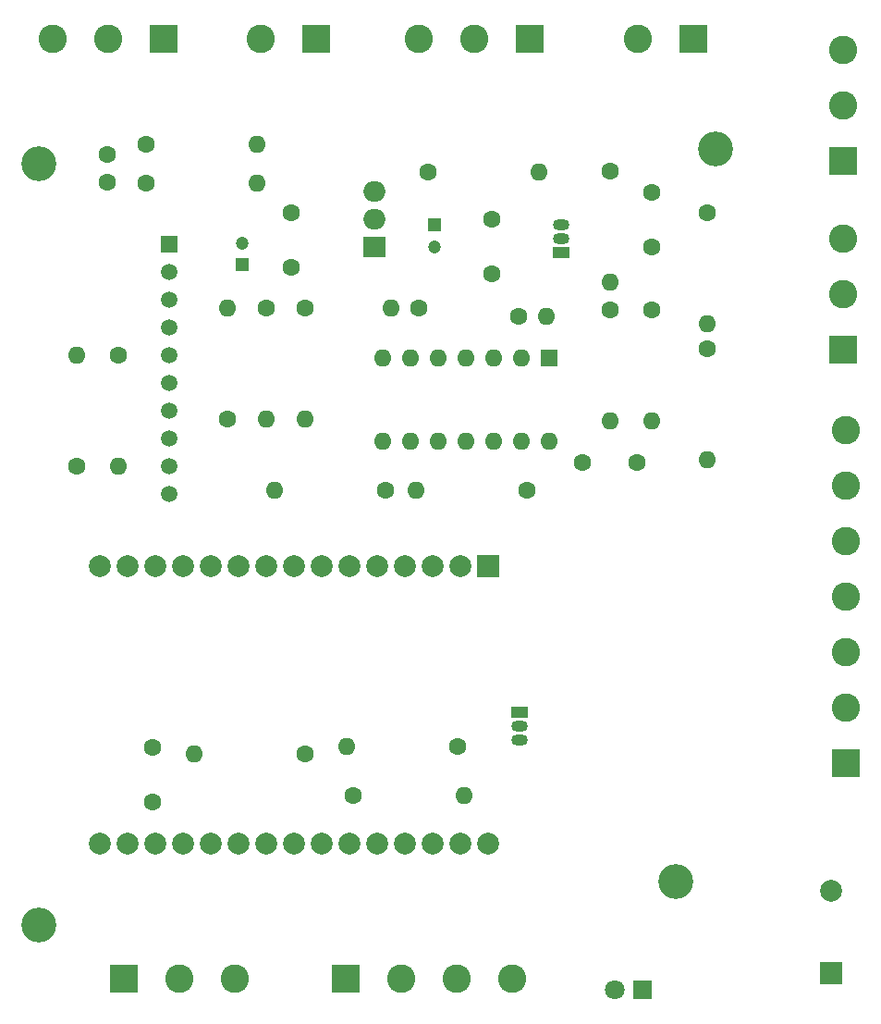
<source format=gbs>
G04 #@! TF.GenerationSoftware,KiCad,Pcbnew,(7.0.0)*
G04 #@! TF.CreationDate,2023-03-16T01:16:54+05:30*
G04 #@! TF.ProjectId,final_year v1.0,66696e61-6c5f-4796-9561-722076312e30,rev?*
G04 #@! TF.SameCoordinates,Original*
G04 #@! TF.FileFunction,Soldermask,Bot*
G04 #@! TF.FilePolarity,Negative*
%FSLAX46Y46*%
G04 Gerber Fmt 4.6, Leading zero omitted, Abs format (unit mm)*
G04 Created by KiCad (PCBNEW (7.0.0)) date 2023-03-16 01:16:54*
%MOMM*%
%LPD*%
G01*
G04 APERTURE LIST*
%ADD10C,1.600000*%
%ADD11O,1.600000X1.600000*%
%ADD12R,2.600000X2.600000*%
%ADD13C,2.600000*%
%ADD14R,2.000000X1.905000*%
%ADD15O,2.000000X1.905000*%
%ADD16R,1.200000X1.200000*%
%ADD17C,1.200000*%
%ADD18C,3.200000*%
%ADD19R,1.800000X1.800000*%
%ADD20C,1.800000*%
%ADD21R,1.500000X1.050000*%
%ADD22O,1.500000X1.050000*%
%ADD23R,1.508000X1.508000*%
%ADD24C,1.508000*%
%ADD25R,2.000000X2.000000*%
%ADD26C,2.000000*%
%ADD27R,1.600000X1.600000*%
G04 APERTURE END LIST*
D10*
X28585000Y-28665000D03*
D11*
X38744999Y-28664999D03*
D12*
X92455999Y-47497999D03*
D13*
X92456000Y-42418000D03*
X92456000Y-37338000D03*
D14*
X49550999Y-38069999D03*
D15*
X49550999Y-35529999D03*
X49550999Y-32989999D03*
D10*
X80010000Y-47371000D03*
D11*
X80009999Y-57530999D03*
D16*
X37464999Y-39707599D03*
D17*
X37465000Y-37707600D03*
D10*
X39624000Y-43688000D03*
D11*
X39623999Y-53847999D03*
D10*
X47625000Y-88265000D03*
D11*
X57784999Y-88264999D03*
D12*
X46904999Y-105064999D03*
D13*
X51985000Y-105065000D03*
X57065000Y-105065000D03*
X62145000Y-105065000D03*
D12*
X63753999Y-18998999D03*
D13*
X58674000Y-18999000D03*
X53594000Y-18999000D03*
D10*
X50546000Y-60325000D03*
D11*
X40385999Y-60324999D03*
D10*
X63500000Y-60325000D03*
D11*
X53339999Y-60324999D03*
D10*
X43180000Y-84455000D03*
D11*
X33019999Y-84454999D03*
D10*
X62738000Y-44450000D03*
D11*
X65277999Y-44449999D03*
D10*
X22255000Y-58145000D03*
D11*
X22254999Y-47984999D03*
D10*
X43180000Y-43688000D03*
D11*
X43179999Y-53847999D03*
D10*
X71120000Y-31115000D03*
D11*
X71119999Y-41274999D03*
D10*
X26065000Y-47985000D03*
D11*
X26064999Y-58144999D03*
D12*
X26579999Y-105064999D03*
D13*
X31660000Y-105065000D03*
X36740000Y-105065000D03*
D18*
X80765000Y-29065000D03*
D19*
X74064999Y-106064999D03*
D20*
X71525000Y-106065000D03*
D16*
X55064999Y-36064999D03*
D17*
X55065000Y-38065000D03*
D10*
X60325000Y-35560000D03*
X60325000Y-40560000D03*
D21*
X66674999Y-38567999D03*
D22*
X66674999Y-37297999D03*
X66674999Y-36027999D03*
D12*
X30225999Y-19049999D03*
D13*
X25146000Y-19050000D03*
X20066000Y-19050000D03*
D23*
X30733999Y-37845999D03*
D24*
X30734000Y-40386000D03*
X30734000Y-42926000D03*
X30734000Y-45466000D03*
X30734000Y-48006000D03*
X30734000Y-50546000D03*
X30734000Y-53086000D03*
X30734000Y-55626000D03*
X30734000Y-58166000D03*
X30734000Y-60706000D03*
D10*
X25065000Y-32115000D03*
X25065000Y-29615000D03*
D18*
X18765000Y-100165000D03*
D12*
X92709999Y-85343999D03*
D13*
X92710000Y-80264000D03*
X92710000Y-75184000D03*
X92710000Y-70104000D03*
X92710000Y-65024000D03*
X92710000Y-59944000D03*
X92710000Y-54864000D03*
D21*
X62864999Y-80644999D03*
D22*
X62864999Y-81914999D03*
X62864999Y-83184999D03*
D10*
X29210000Y-88860000D03*
X29210000Y-83860000D03*
X28585000Y-32221000D03*
D11*
X38744999Y-32220999D03*
D12*
X44195999Y-19049999D03*
D13*
X39116000Y-19050000D03*
D10*
X74930000Y-43815000D03*
D11*
X74929999Y-53974999D03*
D18*
X77165000Y-96165000D03*
D12*
X92455999Y-30225999D03*
D13*
X92456000Y-25146000D03*
X92456000Y-20066000D03*
D10*
X74930000Y-33060000D03*
X74930000Y-38060000D03*
D12*
X78739999Y-19049999D03*
D13*
X73660000Y-19050000D03*
D10*
X53623000Y-43688000D03*
D11*
X51082999Y-43687999D03*
D10*
X36068000Y-53848000D03*
D11*
X36067999Y-43687999D03*
D25*
X59964999Y-67309999D03*
D26*
X57425000Y-67310000D03*
X54885000Y-67310000D03*
X52345000Y-67310000D03*
X49805000Y-67310000D03*
X47265000Y-67310000D03*
X44725000Y-67310000D03*
X42185000Y-67310000D03*
X39645000Y-67310000D03*
X37105000Y-67310000D03*
X34565000Y-67310000D03*
X32025000Y-67310000D03*
X29485000Y-67310000D03*
X26945000Y-67310000D03*
X24405000Y-67310000D03*
X24405000Y-92710000D03*
X26945000Y-92710000D03*
X29485000Y-92710000D03*
X32025000Y-92710000D03*
X34565000Y-92710000D03*
X37105000Y-92710000D03*
X39645000Y-92710000D03*
X42185000Y-92710000D03*
X44725000Y-92710000D03*
X47265000Y-92710000D03*
X49805000Y-92710000D03*
X52345000Y-92710000D03*
X54885000Y-92710000D03*
X57425000Y-92710000D03*
X59965000Y-92710000D03*
D10*
X71120000Y-43815000D03*
D11*
X71119999Y-53974999D03*
D10*
X54448000Y-31202000D03*
D11*
X64607999Y-31201999D03*
D10*
X57150000Y-83820000D03*
D11*
X46989999Y-83819999D03*
D10*
X41910000Y-39925000D03*
X41910000Y-34925000D03*
D27*
X65531999Y-48259999D03*
D11*
X62991999Y-48259999D03*
X60451999Y-48259999D03*
X57911999Y-48259999D03*
X55371999Y-48259999D03*
X52831999Y-48259999D03*
X50291999Y-48259999D03*
X50291999Y-55879999D03*
X52831999Y-55879999D03*
X55371999Y-55879999D03*
X57911999Y-55879999D03*
X60451999Y-55879999D03*
X62991999Y-55879999D03*
X65531999Y-55879999D03*
D25*
X91364999Y-104564999D03*
D26*
X91365000Y-96965000D03*
D10*
X68620000Y-57785000D03*
X73620000Y-57785000D03*
X80010000Y-34925000D03*
D11*
X80009999Y-45084999D03*
D18*
X18765000Y-30465000D03*
M02*

</source>
